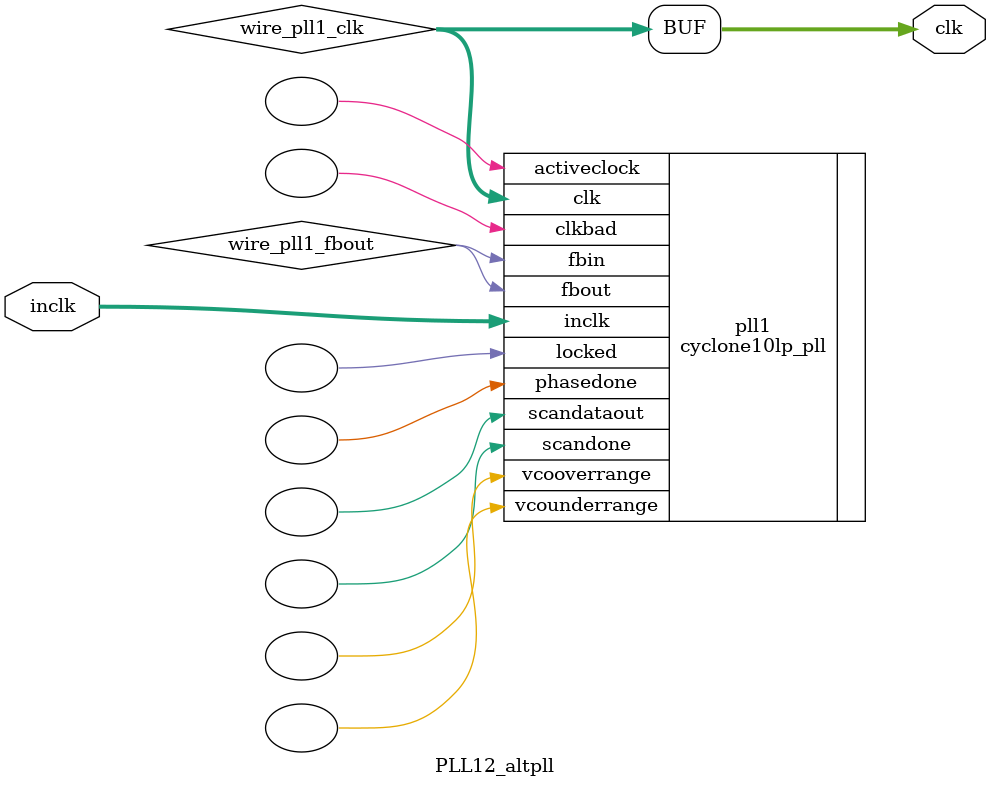
<source format=v>






//synthesis_resources = cyclone10lp_pll 1 
//synopsys translate_off
`timescale 1 ps / 1 ps
//synopsys translate_on
module  PLL12_altpll
	( 
	clk,
	inclk) /* synthesis synthesis_clearbox=1 */;
	output   [4:0]  clk;
	input   [1:0]  inclk;
`ifndef ALTERA_RESERVED_QIS
// synopsys translate_off
`endif
	tri0   [1:0]  inclk;
`ifndef ALTERA_RESERVED_QIS
// synopsys translate_on
`endif

	wire  [4:0]   wire_pll1_clk;
	wire  wire_pll1_fbout;

	cyclone10lp_pll   pll1
	( 
	.activeclock(),
	.clk(wire_pll1_clk),
	.clkbad(),
	.fbin(wire_pll1_fbout),
	.fbout(wire_pll1_fbout),
	.inclk(inclk),
	.locked(),
	.phasedone(),
	.scandataout(),
	.scandone(),
	.vcooverrange(),
	.vcounderrange()
	`ifndef FORMAL_VERIFICATION
	// synopsys translate_off
	`endif
	,
	.areset(1'b0),
	.clkswitch(1'b0),
	.configupdate(1'b0),
	.pfdena(1'b1),
	.phasecounterselect({3{1'b0}}),
	.phasestep(1'b0),
	.phaseupdown(1'b0),
	.scanclk(1'b0),
	.scanclkena(1'b1),
	.scandata(1'b0)
	`ifndef FORMAL_VERIFICATION
	// synopsys translate_on
	`endif
	);
	defparam
		pll1.bandwidth_type = "auto",
		pll1.clk0_divide_by = 6,
		pll1.clk0_duty_cycle = 50,
		pll1.clk0_multiply_by = 25,
		pll1.clk0_phase_shift = "0",
		pll1.compensate_clock = "clk0",
		pll1.inclk0_input_frequency = 83333,
		pll1.operation_mode = "normal",
		pll1.pll_type = "auto",
		pll1.lpm_type = "cyclone10lp_pll";
	assign
		clk = {wire_pll1_clk[4:0]};
endmodule //PLL12_altpll
//VALID FILE

</source>
